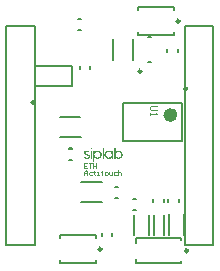
<source format=gto>
G04*
G04 #@! TF.GenerationSoftware,Altium Limited,Altium Designer,22.2.1 (43)*
G04*
G04 Layer_Color=65535*
%FSLAX44Y44*%
%MOMM*%
G71*
G04*
G04 #@! TF.SameCoordinates,1728C203-2672-44AB-99B5-9D0C7A82A750*
G04*
G04*
G04 #@! TF.FilePolarity,Positive*
G04*
G01*
G75*
%ADD10C,0.2500*%
%ADD11C,0.6000*%
%ADD12C,0.2000*%
%ADD13C,0.0635*%
%ADD14C,0.1000*%
G36*
X69988Y88603D02*
X70592D01*
Y88403D01*
X70994D01*
Y88201D01*
X71396D01*
Y88000D01*
X71597D01*
Y87799D01*
X71798D01*
Y87598D01*
X71999D01*
Y85789D01*
X71798D01*
Y85588D01*
X71597D01*
Y85386D01*
X71396D01*
Y85185D01*
X70994D01*
Y84984D01*
X70592D01*
Y84783D01*
X68581D01*
Y84984D01*
X67978D01*
Y85185D01*
X67576D01*
Y85386D01*
X67375D01*
Y85588D01*
X67174D01*
Y85789D01*
X66972D01*
Y86191D01*
X66771D01*
Y86392D01*
X67174D01*
Y86593D01*
X67576D01*
Y86794D01*
X67777D01*
Y86593D01*
X67978D01*
Y86392D01*
X68179D01*
Y86191D01*
X68380D01*
Y85990D01*
X68782D01*
Y85789D01*
X70391D01*
Y85990D01*
X70592D01*
Y86191D01*
X70793D01*
Y86392D01*
X70994D01*
Y86995D01*
X70793D01*
Y87196D01*
X70592D01*
Y87397D01*
X70190D01*
Y87598D01*
X69788D01*
Y87799D01*
X68983D01*
Y88000D01*
X68380D01*
Y88201D01*
X67978D01*
Y88403D01*
X67576D01*
Y88603D01*
X67375D01*
Y89006D01*
X67174D01*
Y89609D01*
X66972D01*
Y89810D01*
X67174D01*
Y90614D01*
X67375D01*
Y91016D01*
X67576D01*
Y91217D01*
X67978D01*
Y91419D01*
X68380D01*
Y91620D01*
X70592D01*
Y91419D01*
X70994D01*
Y91217D01*
X71396D01*
Y91016D01*
X71597D01*
Y90815D01*
X71798D01*
Y90212D01*
X71396D01*
Y90011D01*
X70793D01*
Y90212D01*
X70592D01*
Y90413D01*
X70391D01*
Y90614D01*
X69586D01*
Y90815D01*
X69385D01*
Y90614D01*
X68782D01*
Y90413D01*
X68380D01*
Y90011D01*
X68179D01*
Y89609D01*
X68380D01*
Y89207D01*
X68782D01*
Y89006D01*
X69184D01*
Y88805D01*
X69788D01*
Y88603D01*
X69988D01*
D02*
G37*
G36*
X73809D02*
Y84984D01*
X72602D01*
Y91620D01*
X73809D01*
Y88805D01*
Y88603D01*
D02*
G37*
G36*
X72602Y93831D02*
Y94233D01*
X73809D01*
Y92826D01*
X72602D01*
Y93630D01*
Y93831D01*
D02*
G37*
G36*
X79640Y91419D02*
X80042D01*
Y91217D01*
X80444D01*
Y91016D01*
X80645D01*
Y90815D01*
X81047D01*
Y90614D01*
X81248D01*
Y90212D01*
X81449D01*
Y90011D01*
X81650D01*
Y89609D01*
X81851D01*
Y88805D01*
X82052D01*
Y87598D01*
X81851D01*
Y86995D01*
X81650D01*
Y86593D01*
X81449D01*
Y86191D01*
X81248D01*
Y85990D01*
X81047D01*
Y85789D01*
X80846D01*
Y85588D01*
X80645D01*
Y85386D01*
X80444D01*
Y85185D01*
X80042D01*
Y84984D01*
X79439D01*
Y84783D01*
X77428D01*
Y84984D01*
X76825D01*
Y85185D01*
X76423D01*
Y85386D01*
X75819D01*
Y82169D01*
X74814D01*
Y91620D01*
X75819D01*
Y91016D01*
X76222D01*
Y91217D01*
X76624D01*
Y91419D01*
X77026D01*
Y91620D01*
X79640D01*
Y91419D01*
D02*
G37*
G36*
X83058Y94233D02*
X83661D01*
Y84984D01*
X82656D01*
Y94233D01*
X82857D01*
X83058D01*
D02*
G37*
G36*
X91503Y84984D02*
X90497D01*
Y85386D01*
X90296D01*
Y85588D01*
X90095D01*
Y85386D01*
X89894D01*
Y85185D01*
X89492D01*
Y84984D01*
X88889D01*
Y84783D01*
X86878D01*
Y84984D01*
X86275D01*
Y85185D01*
X85873D01*
Y85386D01*
X85672D01*
Y85588D01*
X85471D01*
Y85789D01*
X85269D01*
Y85990D01*
X85069D01*
Y86191D01*
X84867D01*
Y86392D01*
X84666D01*
Y86794D01*
X84465D01*
Y87598D01*
X84264D01*
Y89006D01*
X84465D01*
Y89609D01*
X84666D01*
Y90011D01*
X84867D01*
Y90413D01*
X85069D01*
Y90614D01*
X85269D01*
Y90815D01*
X85471D01*
Y91016D01*
X85873D01*
Y91217D01*
X86074D01*
Y91419D01*
X86677D01*
Y91620D01*
X89090D01*
Y91419D01*
X89693D01*
Y91217D01*
X90095D01*
Y91016D01*
X90497D01*
Y91620D01*
X91503D01*
Y84984D01*
D02*
G37*
G36*
X93714Y91016D02*
X94116D01*
Y91217D01*
X94318D01*
Y91419D01*
X94921D01*
Y91620D01*
X97333D01*
Y91419D01*
X97937D01*
Y91217D01*
X98138D01*
Y91016D01*
X98540D01*
Y90815D01*
X98741D01*
Y90614D01*
X98942D01*
Y90413D01*
X99143D01*
Y90011D01*
X99344D01*
Y89609D01*
X99545D01*
Y89006D01*
X99746D01*
Y87397D01*
X99545D01*
Y86794D01*
X99344D01*
Y86392D01*
X99143D01*
Y86191D01*
X98942D01*
Y85990D01*
X98741D01*
Y85789D01*
X98540D01*
Y85588D01*
X98339D01*
Y85386D01*
X98138D01*
Y85185D01*
X97736D01*
Y84984D01*
X97132D01*
Y84783D01*
X95122D01*
Y84984D01*
X94519D01*
Y85185D01*
X94116D01*
Y85386D01*
X93915D01*
Y85588D01*
X93714D01*
Y84984D01*
X92508D01*
Y94233D01*
X93714D01*
Y91016D01*
D02*
G37*
%LPC*%
G36*
X79238Y90614D02*
X77428D01*
Y90413D01*
X77026D01*
Y90212D01*
X76825D01*
Y90011D01*
X76624D01*
Y89810D01*
X76423D01*
Y89609D01*
X76222D01*
Y89207D01*
X76020D01*
Y88603D01*
X75819D01*
Y87799D01*
X76020D01*
Y87196D01*
X76222D01*
Y86794D01*
X76423D01*
Y86593D01*
X76624D01*
Y86392D01*
X76825D01*
Y86191D01*
X77227D01*
Y85990D01*
X77629D01*
Y85789D01*
X79036D01*
Y85990D01*
X79640D01*
Y86191D01*
X79841D01*
Y86392D01*
X80042D01*
Y86593D01*
X80243D01*
Y86794D01*
X80444D01*
Y86995D01*
X80645D01*
Y87397D01*
X80846D01*
Y89006D01*
X80645D01*
Y89408D01*
X80444D01*
Y89810D01*
X80243D01*
Y90011D01*
X80042D01*
Y90212D01*
X79640D01*
Y90413D01*
X79238D01*
Y90614D01*
D02*
G37*
G36*
X88688D02*
X87079D01*
Y90413D01*
X86677D01*
Y90212D01*
X86275D01*
Y90011D01*
X86074D01*
Y89810D01*
X85873D01*
Y89408D01*
X85672D01*
Y89006D01*
X85471D01*
Y87397D01*
X85672D01*
Y86995D01*
X85873D01*
Y86794D01*
X86074D01*
Y86392D01*
X86476D01*
Y86191D01*
X86677D01*
Y85990D01*
X87280D01*
Y85789D01*
X88487D01*
Y85990D01*
X89090D01*
Y86191D01*
X89492D01*
Y86392D01*
X89693D01*
Y86593D01*
X89894D01*
Y86794D01*
X90095D01*
Y87196D01*
X90296D01*
Y88000D01*
X90497D01*
Y88603D01*
X90296D01*
Y89207D01*
X90095D01*
Y89609D01*
X89894D01*
Y89810D01*
X89693D01*
Y90011D01*
X89492D01*
Y90212D01*
X89291D01*
Y90413D01*
X88688D01*
Y90614D01*
D02*
G37*
G36*
X96931D02*
X95323D01*
Y90413D01*
X94921D01*
Y90212D01*
X94519D01*
Y90011D01*
X94318D01*
Y89810D01*
X94116D01*
Y89609D01*
X93915D01*
Y89207D01*
X93714D01*
Y87397D01*
X93915D01*
Y86995D01*
X94116D01*
Y86593D01*
X94318D01*
Y86392D01*
X94720D01*
Y86191D01*
X94921D01*
Y85990D01*
X95524D01*
Y85789D01*
X96730D01*
Y85990D01*
X97333D01*
Y86191D01*
X97535D01*
Y86392D01*
X97937D01*
Y86593D01*
X98138D01*
Y86995D01*
X98339D01*
Y87397D01*
X98540D01*
Y89207D01*
X98339D01*
Y89609D01*
X98138D01*
Y89810D01*
X97937D01*
Y90011D01*
X97736D01*
Y90212D01*
X97333D01*
Y90413D01*
X96931D01*
Y90614D01*
D02*
G37*
%LPD*%
D10*
X25100Y132530D02*
G03*
X25100Y132530I-1250J0D01*
G01*
X81980Y8255D02*
G03*
X81980Y8255I-1250J0D01*
G01*
X154145Y144145D02*
G03*
X154145Y144145I-1250J0D01*
G01*
X148020Y201295D02*
G03*
X148020Y201295I-1250J0D01*
G01*
X115550Y159015D02*
G03*
X115550Y159015I-1250J0D01*
G01*
X154875Y6985D02*
G03*
X154875Y6985I-1250J0D01*
G01*
D11*
X143095Y121895D02*
G03*
X143095Y121895I-3000J0D01*
G01*
D12*
X54115Y92765D02*
X56615D01*
X54115Y83765D02*
X56615D01*
X108225Y168468D02*
Y185968D01*
X91195Y168415D02*
Y185915D01*
X151405Y20163D02*
Y37663D01*
X134375Y20110D02*
Y37610D01*
X72445Y160675D02*
Y163175D01*
X63445Y160675D02*
Y163175D01*
X56850Y146030D02*
Y163030D01*
X25850Y146030D02*
Y163030D01*
X56850D01*
X25850Y146030D02*
X56850D01*
X1285Y12075D02*
X25385D01*
Y197475D01*
X1285Y12075D02*
Y197475D01*
X25385D01*
X47030Y-3445D02*
X77430D01*
X47030Y17605D02*
Y19955D01*
Y-3445D02*
Y-1095D01*
Y19955D02*
X77430D01*
Y17605D02*
Y19955D01*
Y-3445D02*
Y-1095D01*
X53995Y102925D02*
X56495D01*
X53995Y93925D02*
X56495D01*
X100095Y131895D02*
X150095D01*
X100095Y99895D02*
X150095D01*
Y131895D01*
X100095Y99895D02*
Y131895D01*
X152390Y12075D02*
X176490D01*
Y197475D01*
X152390Y12075D02*
Y197475D01*
X176490D01*
X64625Y48015D02*
X82125D01*
X64572Y65045D02*
X82072D01*
X81860Y19825D02*
Y22325D01*
X90860Y19825D02*
Y22325D01*
X138705Y20163D02*
Y37663D01*
X121675Y20110D02*
Y37610D01*
X134675Y48160D02*
Y50660D01*
X125675Y48160D02*
Y50660D01*
X146510Y175555D02*
Y178055D01*
X137510Y175555D02*
Y178055D01*
X108485Y50855D02*
X110985D01*
X108485Y41855D02*
X110985D01*
X93485Y61015D02*
X95985D01*
X93485Y52015D02*
X95985D01*
X147375Y48160D02*
Y50660D01*
X138375Y48160D02*
Y50660D01*
X113070Y189595D02*
X143470D01*
X113070Y210645D02*
Y212995D01*
Y189595D02*
Y191945D01*
Y212995D02*
X143470D01*
Y210645D02*
Y212995D01*
Y189595D02*
Y191945D01*
X108945Y20057D02*
Y37557D01*
X125975Y20110D02*
Y37610D01*
X61735Y203255D02*
X64235D01*
X61735Y194255D02*
X64235D01*
X46548Y103230D02*
X64048D01*
X46495Y120260D02*
X63995D01*
X121550Y167015D02*
X123550D01*
X121550Y187515D02*
X123550D01*
X149225Y16085D02*
Y17685D01*
X111125D02*
X149225D01*
X111125Y13715D02*
Y17685D01*
Y-3715D02*
Y255D01*
Y-3715D02*
X149225D01*
Y-2115D01*
D13*
X69849Y81023D02*
X67310D01*
Y77214D01*
X69849D01*
X67310Y79119D02*
X68580D01*
X71119Y81023D02*
X73658D01*
X72388D01*
Y77214D01*
X74928Y81023D02*
Y77214D01*
Y79119D01*
X77467D01*
Y81023D01*
Y77214D01*
X67310Y71120D02*
Y73659D01*
X68580Y74929D01*
X69849Y73659D01*
Y71120D01*
Y73024D01*
X67310D01*
X73658Y73659D02*
X71754D01*
X71119Y73024D01*
Y71755D01*
X71754Y71120D01*
X73658D01*
X75562Y74294D02*
Y73659D01*
X74928D01*
X76197D01*
X75562D01*
Y71755D01*
X76197Y71120D01*
X78102D02*
X79371D01*
X78736D01*
Y73659D01*
X78102D01*
X81910Y74294D02*
Y73659D01*
X81276D01*
X82545D01*
X81910D01*
Y71755D01*
X82545Y71120D01*
X85084D02*
X86354D01*
X86989Y71755D01*
Y73024D01*
X86354Y73659D01*
X85084D01*
X84450Y73024D01*
Y71755D01*
X85084Y71120D01*
X88258Y73659D02*
Y71755D01*
X88893Y71120D01*
X90798D01*
Y73659D01*
X94606D02*
X92702D01*
X92067Y73024D01*
Y71755D01*
X92702Y71120D01*
X94606D01*
X95876Y74929D02*
Y71120D01*
Y73024D01*
X96511Y73659D01*
X97780D01*
X98415Y73024D01*
Y71120D01*
D14*
X128553Y129865D02*
X123555D01*
X122555Y128865D01*
Y126866D01*
X123555Y125866D01*
X128553D01*
X122555Y123867D02*
Y121868D01*
Y122867D01*
X128553D01*
X127553Y123867D01*
M02*

</source>
